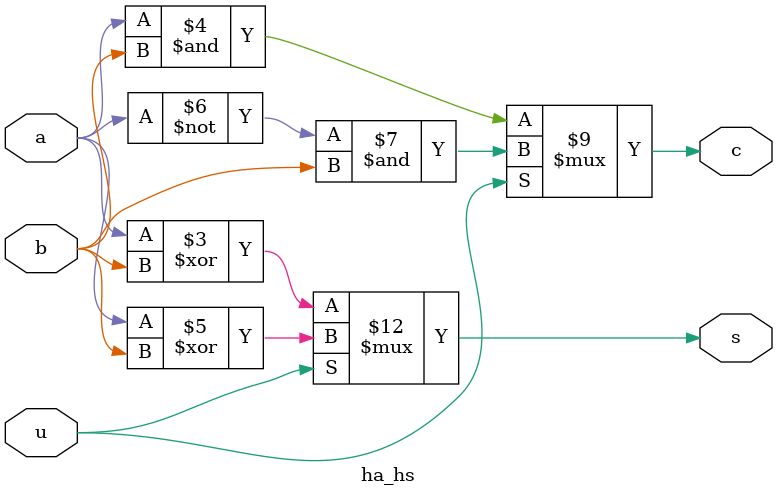
<source format=v>
`timescale 1ns / 1ps


module ha_hs(
    input a,b,u,
    output reg s,c
    );
  always@(*)
  begin
  if(u==0)
  begin 
  s=a^b;
  c=a&b;
  end
  else
  begin 
  s=a^b;
  c=(~a)&b;
  end
  end
  
endmodule

</source>
